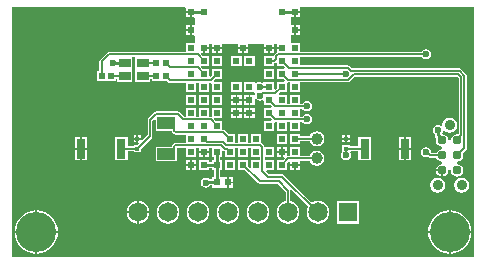
<source format=gtl>
G04*
G04 #@! TF.GenerationSoftware,Altium Limited,Altium Designer,21.6.4 (81)*
G04*
G04 Layer_Physical_Order=1*
G04 Layer_Color=255*
%FSLAX44Y44*%
%MOMM*%
G71*
G04*
G04 #@! TF.SameCoordinates,75E8EA60-7A1B-4F35-BD82-ACC1B6EDD98F*
G04*
G04*
G04 #@! TF.FilePolarity,Positive*
G04*
G01*
G75*
%ADD10C,0.1270*%
%ADD11C,0.2540*%
%ADD15C,0.1520*%
%ADD16R,0.3500X0.3600*%
%ADD17R,0.5200X0.5500*%
%ADD18R,0.8000X1.7000*%
%ADD19R,1.5500X1.0000*%
%ADD21R,0.6000X0.6000*%
%ADD22R,1.0000X0.8000*%
%ADD23R,0.6200X0.6200*%
%ADD37C,0.7900*%
%ADD38C,1.0000*%
%ADD39C,0.1524*%
%ADD40C,0.9000*%
%ADD41C,3.4000*%
%ADD42C,1.6500*%
%ADD43R,1.6500X1.6500*%
%ADD44C,0.6000*%
G36*
X395922Y4078D02*
X4078Y4078D01*
X4078Y215922D01*
X150730Y215922D01*
X151730Y214652D01*
Y211762D01*
X156000D01*
Y211000D01*
X156762D01*
Y206730D01*
X158102D01*
X159000Y205832D01*
X159000Y200270D01*
X156762D01*
Y196000D01*
Y191730D01*
X158102D01*
X159000Y190832D01*
X159000Y185270D01*
X151730D01*
Y177570D01*
X86500D01*
X85708Y177412D01*
X85036Y176964D01*
X79036Y170964D01*
X78588Y170292D01*
X78430Y169500D01*
Y161020D01*
X76630D01*
Y152980D01*
X83360D01*
X84370Y152980D01*
X85640Y152980D01*
X92370D01*
Y154930D01*
X93730D01*
Y151730D01*
X106270D01*
Y161460D01*
X106270Y162270D01*
X106270Y163540D01*
X106270Y173270D01*
X107474Y173430D01*
X107526D01*
X108730Y173270D01*
X108730Y172160D01*
Y163540D01*
X108730Y162730D01*
X108730Y161460D01*
Y151730D01*
X121270D01*
Y154930D01*
X122630D01*
Y152980D01*
X129360D01*
X130370Y152980D01*
X131640Y152980D01*
X135593D01*
X136536Y152036D01*
X137208Y151588D01*
X138000Y151430D01*
X151730D01*
Y143730D01*
X160270D01*
Y151430D01*
X162730D01*
Y143730D01*
X171270D01*
Y151221D01*
X172540Y151399D01*
X173730Y150469D01*
Y143730D01*
X182270D01*
Y152270D01*
X175856D01*
X175370Y153443D01*
X176657Y154730D01*
X182270D01*
Y163270D01*
X173730D01*
Y157657D01*
X172540Y156467D01*
X171270Y156993D01*
Y163270D01*
X165657D01*
X164370Y164557D01*
X164856Y165730D01*
X171270D01*
Y174270D01*
X165657D01*
X164370Y175557D01*
X164856Y176730D01*
X166238D01*
Y181000D01*
X167000D01*
Y181762D01*
X171270D01*
Y184000D01*
X173730D01*
Y181762D01*
X178000D01*
X182270D01*
Y184000D01*
X195730Y184000D01*
Y181762D01*
X200000D01*
X204270D01*
Y184000D01*
X217730Y184000D01*
Y181762D01*
X222000D01*
X226270D01*
Y184000D01*
X228730D01*
Y181762D01*
X233000D01*
Y180238D01*
X228730D01*
Y177072D01*
X228433Y176873D01*
X228432Y176873D01*
X226597Y175037D01*
X226175Y174407D01*
X226148Y174270D01*
X217730D01*
Y165730D01*
X226270D01*
Y168058D01*
X226500D01*
X227243Y168206D01*
X227460Y168350D01*
X228730Y167797D01*
Y165730D01*
X234343D01*
X235630Y164443D01*
X235144Y163270D01*
X228730D01*
Y154730D01*
X234343D01*
X235533Y153540D01*
X235007Y152270D01*
X228730D01*
Y146657D01*
X227540Y145467D01*
X226270Y145993D01*
Y152270D01*
X217730D01*
Y152171D01*
X216460Y151492D01*
X215666Y152022D01*
X214000Y152354D01*
X212334Y152022D01*
X211040Y151158D01*
X210480Y151294D01*
X209770Y151641D01*
Y152270D01*
X201230D01*
Y143730D01*
X209495D01*
X210329Y142691D01*
X209978Y142166D01*
X209770Y141270D01*
X209770Y141270D01*
X206262D01*
Y137000D01*
Y132730D01*
X209770D01*
Y136859D01*
X210480Y137206D01*
X211040Y137342D01*
X212334Y136478D01*
X214000Y136146D01*
X215666Y136478D01*
X216460Y137008D01*
X217730Y136329D01*
Y132730D01*
X223343D01*
X224630Y131443D01*
X224144Y130270D01*
X217730D01*
Y121730D01*
X223343D01*
X224630Y120443D01*
X224144Y119270D01*
X217730D01*
Y110730D01*
X226270D01*
Y117469D01*
X227460Y118399D01*
X228730Y118221D01*
Y110730D01*
X237270D01*
Y118430D01*
X239730D01*
Y110730D01*
X248270D01*
Y118430D01*
X250247D01*
X250921Y117422D01*
X252334Y116478D01*
X254000Y116146D01*
X255666Y116478D01*
X257078Y117422D01*
X258022Y118834D01*
X258354Y120500D01*
X258022Y122166D01*
X257078Y123579D01*
X255666Y124522D01*
X254000Y124854D01*
X252334Y124522D01*
X250921Y123579D01*
X250247Y122570D01*
X248270D01*
Y129430D01*
X250247D01*
X250921Y128421D01*
X252334Y127478D01*
X254000Y127146D01*
X255666Y127478D01*
X257078Y128421D01*
X258022Y129834D01*
X258354Y131500D01*
X258022Y133166D01*
X257078Y134579D01*
X255666Y135522D01*
X254000Y135854D01*
X252334Y135522D01*
X250921Y134579D01*
X250247Y133570D01*
X248270D01*
Y141270D01*
X239730D01*
Y133570D01*
X237270D01*
Y141270D01*
X230856D01*
X230370Y142443D01*
X231657Y143730D01*
X237270D01*
Y151277D01*
X238030Y151900D01*
X238037Y151900D01*
X239730D01*
Y143730D01*
X248270D01*
Y151900D01*
X289333D01*
X290126Y152058D01*
X290797Y152507D01*
X294931Y156640D01*
X381487D01*
X382640Y155487D01*
Y108697D01*
X381659Y107891D01*
X381250Y107972D01*
X379213Y107567D01*
X377487Y106413D01*
X376333Y104687D01*
X375948Y102750D01*
X373852D01*
X373467Y104687D01*
X372313Y106413D01*
X370587Y107567D01*
X369365Y107810D01*
X368775Y109213D01*
X369022Y109584D01*
X369181Y110382D01*
X369796Y110618D01*
X370549Y110747D01*
X372463Y109467D01*
X374900Y108983D01*
X377337Y109467D01*
X379402Y110848D01*
X380783Y112913D01*
X381267Y115350D01*
X380783Y117787D01*
X379402Y119852D01*
X377337Y121233D01*
X374900Y121717D01*
X372463Y121233D01*
X370398Y119852D01*
X369017Y117787D01*
X368568Y115529D01*
X367943Y115087D01*
X367343Y114820D01*
X366666Y115272D01*
X365000Y115604D01*
X363334Y115272D01*
X361922Y114328D01*
X360978Y112916D01*
X360646Y111250D01*
X360978Y109584D01*
X361922Y108172D01*
X362529Y107766D01*
Y106818D01*
X362726Y105827D01*
X363287Y104987D01*
X363625Y104649D01*
X363228Y102650D01*
X363633Y100613D01*
X364787Y98887D01*
X366513Y97733D01*
X368550Y97328D01*
Y95272D01*
X366513Y94867D01*
X364787Y93713D01*
X363633Y91987D01*
X363614Y91892D01*
X359852D01*
X359354Y92500D01*
X359022Y94166D01*
X358078Y95578D01*
X356666Y96522D01*
X355000Y96854D01*
X353334Y96522D01*
X351922Y95578D01*
X350978Y94166D01*
X350646Y92500D01*
X350978Y90834D01*
X351922Y89422D01*
X353334Y88478D01*
X355000Y88146D01*
X356666Y88478D01*
X356786Y88558D01*
X357387Y88156D01*
X358130Y88008D01*
X363614D01*
X363633Y87913D01*
X364787Y86187D01*
X366513Y85033D01*
X368550Y84628D01*
Y82572D01*
X366513Y82167D01*
X364787Y81013D01*
X363633Y79287D01*
X363379Y78012D01*
X368550D01*
Y77250D01*
X369312D01*
Y72079D01*
X370587Y72333D01*
X372313Y73487D01*
X373467Y75213D01*
X373872Y77250D01*
X375928D01*
X376333Y75213D01*
X377487Y73487D01*
X379213Y72333D01*
X381250Y71928D01*
X383287Y72333D01*
X385013Y73487D01*
X386167Y75213D01*
X386572Y77250D01*
X386167Y79287D01*
X385013Y81013D01*
X383287Y82167D01*
X381250Y82572D01*
Y84628D01*
X383287Y85033D01*
X385013Y86187D01*
X386167Y87913D01*
X386572Y89950D01*
X386175Y91948D01*
X388964Y94736D01*
X389412Y95408D01*
X389570Y96200D01*
Y157500D01*
X389412Y158292D01*
X388964Y158963D01*
X384963Y162964D01*
X384292Y163412D01*
X383500Y163570D01*
X292721D01*
X290797Y165494D01*
X290126Y165942D01*
X289333Y166100D01*
X248270D01*
Y173558D01*
X351162D01*
X351922Y172421D01*
X353334Y171478D01*
X355000Y171146D01*
X356666Y171478D01*
X358078Y172421D01*
X359022Y173834D01*
X359354Y175500D01*
X359022Y177166D01*
X358078Y178578D01*
X356666Y179522D01*
X355000Y179854D01*
X353334Y179522D01*
X351922Y178578D01*
X351162Y177442D01*
X248270D01*
Y185270D01*
X241898D01*
X241000Y186168D01*
X241000Y191730D01*
X243238D01*
Y196000D01*
Y200270D01*
X241898D01*
X241000Y201168D01*
X241000Y206730D01*
X243238D01*
Y211000D01*
X244000D01*
Y211762D01*
X248270D01*
Y215270D01*
X249270Y215922D01*
X395922Y215922D01*
X395922Y4078D01*
D02*
G37*
%LPC*%
G36*
X248270Y210238D02*
X244762D01*
Y206730D01*
X248270D01*
Y210238D01*
D02*
G37*
G36*
X155238D02*
X151730D01*
Y206730D01*
X155238D01*
Y210238D01*
D02*
G37*
G36*
X248270Y200270D02*
X244762D01*
Y196762D01*
X248270D01*
Y200270D01*
D02*
G37*
G36*
X155238D02*
X151730D01*
Y196762D01*
X155238D01*
Y200270D01*
D02*
G37*
G36*
X248270Y195238D02*
X244762D01*
Y191730D01*
X248270D01*
Y195238D01*
D02*
G37*
G36*
X155238D02*
X151730D01*
Y191730D01*
X155238D01*
Y195238D01*
D02*
G37*
G36*
X226270Y180238D02*
X222762D01*
Y176730D01*
X226270D01*
Y180238D01*
D02*
G37*
G36*
X221238D02*
X217730D01*
Y176730D01*
X221238D01*
Y180238D01*
D02*
G37*
G36*
X204270D02*
X200762D01*
Y176730D01*
X204270D01*
Y180238D01*
D02*
G37*
G36*
X199238D02*
X195730D01*
Y176730D01*
X199238D01*
Y180238D01*
D02*
G37*
G36*
X182270D02*
X178762D01*
Y176730D01*
X182270D01*
Y180238D01*
D02*
G37*
G36*
X177238D02*
X173730D01*
Y176730D01*
X177238D01*
Y180238D01*
D02*
G37*
G36*
X171270D02*
X167762D01*
Y176730D01*
X171270D01*
Y180238D01*
D02*
G37*
G36*
X182270Y174270D02*
X173730D01*
Y165730D01*
X182270D01*
Y174270D01*
D02*
G37*
G36*
X209770Y174270D02*
X201230D01*
Y165730D01*
X209770D01*
Y174270D01*
D02*
G37*
G36*
X198770D02*
X190230D01*
Y165730D01*
X198770D01*
Y174270D01*
D02*
G37*
G36*
X226270Y163270D02*
X217730D01*
Y154730D01*
X226270D01*
Y163270D01*
D02*
G37*
G36*
X198770Y152270D02*
X190230D01*
Y143730D01*
X198770D01*
Y152270D01*
D02*
G37*
G36*
Y141270D02*
X195262D01*
Y137762D01*
X198770D01*
Y141270D01*
D02*
G37*
G36*
X193738D02*
X190230D01*
Y137762D01*
X193738D01*
Y141270D01*
D02*
G37*
G36*
X204738D02*
X201230D01*
Y137762D01*
X204738D01*
Y141270D01*
D02*
G37*
G36*
X182270Y141270D02*
X173730D01*
Y132730D01*
X182270D01*
Y141270D01*
D02*
G37*
G36*
X171270D02*
X162730D01*
Y132730D01*
X171270D01*
Y141270D01*
D02*
G37*
G36*
X160270D02*
X151730D01*
Y132730D01*
X160270D01*
Y141270D01*
D02*
G37*
G36*
X204738Y136238D02*
X201230D01*
Y132730D01*
X204738D01*
Y136238D01*
D02*
G37*
G36*
X198770D02*
X195262D01*
Y132730D01*
X198770D01*
Y136238D01*
D02*
G37*
G36*
X193738D02*
X190230D01*
Y132730D01*
X193738D01*
Y136238D01*
D02*
G37*
G36*
X209770Y130270D02*
X206262D01*
Y126762D01*
X209770D01*
Y130270D01*
D02*
G37*
G36*
X198770D02*
X195262D01*
Y126762D01*
X198770D01*
Y130270D01*
D02*
G37*
G36*
X193738D02*
X190230D01*
Y126762D01*
X193738D01*
Y130270D01*
D02*
G37*
G36*
X204738D02*
X201230D01*
Y126762D01*
X204738D01*
Y130270D01*
D02*
G37*
G36*
X182270Y130270D02*
X173730D01*
Y123531D01*
X172540Y122601D01*
X171270Y122778D01*
Y130270D01*
X162730D01*
Y122570D01*
X160270D01*
Y130270D01*
X151730D01*
Y122570D01*
X150357D01*
X146463Y126464D01*
X145792Y126912D01*
X145000Y127070D01*
X126250D01*
X125458Y126912D01*
X124787Y126464D01*
X119787Y121463D01*
X119338Y120792D01*
X119180Y120000D01*
Y107157D01*
X114693Y102670D01*
X113520Y103156D01*
Y103188D01*
X111262D01*
Y100836D01*
X111730Y99707D01*
X110643Y98620D01*
X107480D01*
Y97620D01*
X102270D01*
Y105270D01*
X91730D01*
Y85730D01*
X102270D01*
Y93480D01*
X107480D01*
Y92480D01*
X113520D01*
Y95643D01*
X122713Y104836D01*
X123162Y105508D01*
X123320Y106300D01*
Y119143D01*
X124807Y120630D01*
X125980Y120143D01*
Y110730D01*
X139930D01*
Y110390D01*
X140088Y109598D01*
X140536Y108927D01*
X141427Y108036D01*
X142098Y107588D01*
X142890Y107430D01*
X151730D01*
Y100572D01*
X142893D01*
X142893Y100572D01*
X142100Y100414D01*
X141428Y99965D01*
X141428Y99965D01*
X140535Y99072D01*
X140086Y98400D01*
X139928Y97607D01*
X138742Y97270D01*
X125980D01*
Y84730D01*
X144020D01*
Y95038D01*
X144060Y95238D01*
X144084Y96134D01*
X145284Y96428D01*
X151730D01*
Y88730D01*
X160270D01*
Y96428D01*
X162730D01*
Y93762D01*
X167000D01*
Y93000D01*
D01*
Y93762D01*
X171270D01*
Y96428D01*
X173730D01*
Y88730D01*
X175410D01*
Y86270D01*
X173730D01*
Y84590D01*
X171270D01*
Y86270D01*
X162730D01*
Y77730D01*
X171270D01*
Y79410D01*
X173730D01*
Y77730D01*
X175410D01*
Y71370D01*
X173630D01*
Y69590D01*
X171988D01*
X171828Y69829D01*
X170416Y70772D01*
X168750Y71104D01*
X167084Y70772D01*
X165672Y69829D01*
X164728Y68416D01*
X164396Y66750D01*
X164728Y65084D01*
X165672Y63671D01*
X167084Y62728D01*
X168750Y62396D01*
X170416Y62728D01*
X171828Y63671D01*
X172322Y64410D01*
X173630D01*
Y62630D01*
X181360D01*
X182370Y62630D01*
X183640Y62630D01*
X186238D01*
Y67000D01*
Y71370D01*
X183640D01*
X182630Y71370D01*
X181488Y71370D01*
X180590Y72268D01*
Y77730D01*
X182270D01*
Y86270D01*
X180590D01*
Y88730D01*
X182270D01*
Y93321D01*
X182980Y93615D01*
X183540Y93731D01*
X184150Y93324D01*
X184730Y93209D01*
Y88730D01*
X193270D01*
Y96430D01*
X195730D01*
Y88730D01*
X204270D01*
Y96430D01*
X206730D01*
Y88730D01*
X214180D01*
Y86270D01*
X206730D01*
Y79857D01*
X205557Y79370D01*
X204270Y80657D01*
Y86270D01*
X195730D01*
Y77730D01*
X201343D01*
X212537Y66536D01*
X213208Y66088D01*
X214000Y65930D01*
X229393D01*
X236030Y59293D01*
Y51030D01*
X235615Y50975D01*
X233299Y50016D01*
X231310Y48490D01*
X229784Y46501D01*
X228825Y44185D01*
X228498Y41700D01*
X228825Y39215D01*
X229784Y36899D01*
X231310Y34910D01*
X233299Y33384D01*
X235615Y32425D01*
X238100Y32098D01*
X240585Y32425D01*
X242901Y33384D01*
X244890Y34910D01*
X246416Y36899D01*
X247375Y39215D01*
X247702Y41700D01*
X247375Y44185D01*
X246416Y46501D01*
X244890Y48490D01*
X242901Y50016D01*
X240585Y50975D01*
X240170Y51030D01*
Y60150D01*
X240131Y60346D01*
X241301Y60972D01*
X255439Y46834D01*
X255184Y46501D01*
X254225Y44185D01*
X253898Y41700D01*
X254225Y39215D01*
X255184Y36899D01*
X256710Y34910D01*
X258699Y33384D01*
X261015Y32425D01*
X263500Y32098D01*
X265985Y32425D01*
X268301Y33384D01*
X270290Y34910D01*
X271816Y36899D01*
X272775Y39215D01*
X273102Y41700D01*
X272775Y44185D01*
X271816Y46501D01*
X270290Y48490D01*
X268301Y50016D01*
X265985Y50975D01*
X263500Y51302D01*
X261015Y50975D01*
X258699Y50016D01*
X258367Y49761D01*
X234664Y73464D01*
X233992Y73912D01*
X233200Y74070D01*
X222107D01*
X219620Y76557D01*
X220107Y77730D01*
X226270D01*
Y86270D01*
X218320D01*
Y88730D01*
X226270D01*
Y97270D01*
X218216D01*
X218162Y97542D01*
X217714Y98214D01*
X215964Y99964D01*
X215292Y100412D01*
X215270Y100417D01*
Y108270D01*
X206730D01*
Y100570D01*
X204270D01*
Y108270D01*
X195730D01*
Y100570D01*
X193270D01*
Y108270D01*
X187657D01*
X184963Y110964D01*
X184292Y111412D01*
X183500Y111570D01*
X182270D01*
Y119270D01*
X176657D01*
X175370Y120557D01*
X175856Y121730D01*
X182270D01*
Y130270D01*
D02*
G37*
G36*
X209770Y125238D02*
X206262D01*
Y121730D01*
X209770D01*
Y125238D01*
D02*
G37*
G36*
X204738D02*
X201230D01*
Y121730D01*
X204738D01*
Y125238D01*
D02*
G37*
G36*
X198770D02*
X195262D01*
Y121730D01*
X198770D01*
Y125238D01*
D02*
G37*
G36*
X193738D02*
X190230D01*
Y121730D01*
X193738D01*
Y125238D01*
D02*
G37*
G36*
X262500Y110393D02*
X260054Y109906D01*
X257980Y108520D01*
X256594Y106447D01*
X256519Y106070D01*
X248270D01*
Y108270D01*
X239730D01*
Y99730D01*
X248270D01*
Y101930D01*
X256519D01*
X256594Y101554D01*
X257980Y99480D01*
X260054Y98094D01*
X262500Y97607D01*
X264946Y98094D01*
X267020Y99480D01*
X268406Y101554D01*
X268893Y104000D01*
X268406Y106447D01*
X267020Y108520D01*
X264946Y109906D01*
X262500Y110393D01*
D02*
G37*
G36*
X113520Y107020D02*
X111262D01*
Y104712D01*
X113520D01*
Y107020D01*
D02*
G37*
G36*
X109738D02*
X107480D01*
Y104712D01*
X109738D01*
Y107020D01*
D02*
G37*
G36*
X290270D02*
X288012D01*
Y104712D01*
X290270D01*
Y107020D01*
D02*
G37*
G36*
X286488D02*
X284230D01*
Y104712D01*
X286488D01*
Y107020D01*
D02*
G37*
G36*
X290270Y103188D02*
X288012D01*
Y100880D01*
X290270D01*
Y103188D01*
D02*
G37*
G36*
X286488D02*
X284230D01*
Y100880D01*
X286488D01*
Y103188D01*
D02*
G37*
G36*
X109738Y103188D02*
X107480D01*
Y100880D01*
X109738D01*
Y103188D01*
D02*
G37*
G36*
X237270Y108270D02*
X228730D01*
Y99730D01*
X237270D01*
Y108270D01*
D02*
G37*
G36*
X308270Y105270D02*
X297730D01*
Y97620D01*
X290270D01*
Y98620D01*
X284230D01*
Y93118D01*
X284172Y93078D01*
X283228Y91666D01*
X282896Y90000D01*
X283228Y88334D01*
X284172Y86922D01*
X285584Y85978D01*
X287250Y85646D01*
X288916Y85978D01*
X290329Y86922D01*
X291272Y88334D01*
X291604Y90000D01*
X291272Y91666D01*
X290909Y92210D01*
X291588Y93480D01*
X297730D01*
Y85730D01*
X308270D01*
Y105270D01*
D02*
G37*
G36*
X342270D02*
X337762D01*
Y96262D01*
X342270D01*
Y105270D01*
D02*
G37*
G36*
X336238D02*
X331730D01*
Y96262D01*
X336238D01*
Y105270D01*
D02*
G37*
G36*
X68270D02*
X63762D01*
Y96262D01*
X68270D01*
Y105270D01*
D02*
G37*
G36*
X62238D02*
X57730D01*
Y96262D01*
X62238D01*
Y105270D01*
D02*
G37*
G36*
X237270Y97270D02*
X233762D01*
Y93762D01*
X237270D01*
Y97270D01*
D02*
G37*
G36*
X232238D02*
X228730D01*
Y93762D01*
X232238D01*
Y97270D01*
D02*
G37*
G36*
X248270D02*
X239730D01*
Y89778D01*
X238460Y89601D01*
X237270Y90531D01*
Y92238D01*
X233762D01*
Y88730D01*
X235144D01*
X235630Y87557D01*
X234343Y86270D01*
X228730D01*
Y77730D01*
X237270D01*
Y83343D01*
X238460Y84533D01*
X239730Y84007D01*
Y82762D01*
X244000D01*
X248270D01*
Y85430D01*
X256519D01*
X256594Y85054D01*
X257980Y82980D01*
X260054Y81594D01*
X262500Y81107D01*
X264946Y81594D01*
X267020Y82980D01*
X268406Y85054D01*
X268893Y87500D01*
X268406Y89946D01*
X267020Y92020D01*
X264946Y93406D01*
X262500Y93893D01*
X260054Y93406D01*
X257980Y92020D01*
X256594Y89946D01*
X256519Y89570D01*
X248270D01*
Y97270D01*
D02*
G37*
G36*
X232238Y92238D02*
X228730D01*
Y88730D01*
X232238D01*
Y92238D01*
D02*
G37*
G36*
X171270D02*
X167762D01*
Y88730D01*
X171270D01*
Y92238D01*
D02*
G37*
G36*
X166238D02*
X162730D01*
Y88730D01*
X166238D01*
Y92238D01*
D02*
G37*
G36*
X342270Y94738D02*
X337762D01*
Y85730D01*
X342270D01*
Y94738D01*
D02*
G37*
G36*
X336238D02*
X331730D01*
Y85730D01*
X336238D01*
Y94738D01*
D02*
G37*
G36*
X68270Y94738D02*
X63762D01*
Y85730D01*
X68270D01*
Y94738D01*
D02*
G37*
G36*
X62238D02*
X57730D01*
Y85730D01*
X62238D01*
Y94738D01*
D02*
G37*
G36*
X160270Y86270D02*
X156762D01*
Y82762D01*
X160270D01*
Y86270D01*
D02*
G37*
G36*
X155238D02*
X151730D01*
Y82762D01*
X155238D01*
Y86270D01*
D02*
G37*
G36*
X248270Y81238D02*
X244762D01*
Y77730D01*
X248270D01*
Y81238D01*
D02*
G37*
G36*
X243238D02*
X239730D01*
Y77730D01*
X243238D01*
Y81238D01*
D02*
G37*
G36*
X193270Y86270D02*
X184730D01*
Y77730D01*
X193270D01*
Y86270D01*
D02*
G37*
G36*
X160270Y81238D02*
X156762D01*
Y77730D01*
X160270D01*
Y81238D01*
D02*
G37*
G36*
X155238D02*
X151730D01*
Y77730D01*
X155238D01*
Y81238D01*
D02*
G37*
G36*
X367788Y76488D02*
X363379D01*
X363633Y75213D01*
X364787Y73487D01*
X366513Y72333D01*
X367788Y72079D01*
Y76488D01*
D02*
G37*
G36*
X187762Y71370D02*
Y67762D01*
X191370D01*
Y71370D01*
X187762D01*
D02*
G37*
G36*
X191370Y66238D02*
X187762D01*
Y62630D01*
X191370D01*
Y66238D01*
D02*
G37*
G36*
X385060Y70917D02*
X382623Y70433D01*
X380558Y69052D01*
X379177Y66987D01*
X378693Y64550D01*
X379177Y62113D01*
X380558Y60048D01*
X382623Y58667D01*
X385060Y58183D01*
X387497Y58667D01*
X389562Y60048D01*
X390943Y62113D01*
X391427Y64550D01*
X390943Y66987D01*
X389562Y69052D01*
X387497Y70433D01*
X385060Y70917D01*
D02*
G37*
G36*
X364740D02*
X362303Y70433D01*
X360238Y69052D01*
X358857Y66987D01*
X358373Y64550D01*
X358857Y62113D01*
X360238Y60048D01*
X362303Y58667D01*
X364740Y58183D01*
X367177Y58667D01*
X369242Y60048D01*
X370623Y62113D01*
X371107Y64550D01*
X370623Y66987D01*
X369242Y69052D01*
X367177Y70433D01*
X364740Y70917D01*
D02*
G37*
G36*
X111862Y51202D02*
Y42462D01*
X120602D01*
X120375Y44185D01*
X119416Y46501D01*
X117890Y48490D01*
X115901Y50016D01*
X113585Y50975D01*
X111862Y51202D01*
D02*
G37*
G36*
X110338D02*
X108615Y50975D01*
X106299Y50016D01*
X104310Y48490D01*
X102784Y46501D01*
X101825Y44185D01*
X101598Y42462D01*
X110338D01*
Y51202D01*
D02*
G37*
G36*
X120602Y40938D02*
X111862D01*
Y32198D01*
X113585Y32425D01*
X115901Y33384D01*
X117890Y34910D01*
X119416Y36899D01*
X120375Y39215D01*
X120602Y40938D01*
D02*
G37*
G36*
X110338D02*
X101598D01*
X101825Y39215D01*
X102784Y36899D01*
X104310Y34910D01*
X106299Y33384D01*
X108615Y32425D01*
X110338Y32198D01*
Y40938D01*
D02*
G37*
G36*
X298420Y51220D02*
X279380D01*
Y32180D01*
X298420D01*
Y51220D01*
D02*
G37*
G36*
X212700Y51302D02*
X210215Y50975D01*
X207899Y50016D01*
X205910Y48490D01*
X204384Y46501D01*
X203425Y44185D01*
X203098Y41700D01*
X203425Y39215D01*
X204384Y36899D01*
X205910Y34910D01*
X207899Y33384D01*
X210215Y32425D01*
X212700Y32098D01*
X215185Y32425D01*
X217501Y33384D01*
X219490Y34910D01*
X221016Y36899D01*
X221975Y39215D01*
X222302Y41700D01*
X221975Y44185D01*
X221016Y46501D01*
X219490Y48490D01*
X217501Y50016D01*
X215185Y50975D01*
X212700Y51302D01*
D02*
G37*
G36*
X187300D02*
X184815Y50975D01*
X182499Y50016D01*
X180510Y48490D01*
X178984Y46501D01*
X178025Y44185D01*
X177698Y41700D01*
X178025Y39215D01*
X178984Y36899D01*
X180510Y34910D01*
X182499Y33384D01*
X184815Y32425D01*
X187300Y32098D01*
X189785Y32425D01*
X192101Y33384D01*
X194090Y34910D01*
X195616Y36899D01*
X196575Y39215D01*
X196902Y41700D01*
X196575Y44185D01*
X195616Y46501D01*
X194090Y48490D01*
X192101Y50016D01*
X189785Y50975D01*
X187300Y51302D01*
D02*
G37*
G36*
X161900D02*
X159415Y50975D01*
X157099Y50016D01*
X155110Y48490D01*
X153584Y46501D01*
X152625Y44185D01*
X152298Y41700D01*
X152625Y39215D01*
X153584Y36899D01*
X155110Y34910D01*
X157099Y33384D01*
X159415Y32425D01*
X161900Y32098D01*
X164385Y32425D01*
X166701Y33384D01*
X168690Y34910D01*
X170216Y36899D01*
X171175Y39215D01*
X171502Y41700D01*
X171175Y44185D01*
X170216Y46501D01*
X168690Y48490D01*
X166701Y50016D01*
X164385Y50975D01*
X161900Y51302D01*
D02*
G37*
G36*
X136500D02*
X134015Y50975D01*
X131699Y50016D01*
X129710Y48490D01*
X128184Y46501D01*
X127225Y44185D01*
X126898Y41700D01*
X127225Y39215D01*
X128184Y36899D01*
X129710Y34910D01*
X131699Y33384D01*
X134015Y32425D01*
X136500Y32098D01*
X138985Y32425D01*
X141301Y33384D01*
X143290Y34910D01*
X144816Y36899D01*
X145775Y39215D01*
X146102Y41700D01*
X145775Y44185D01*
X144816Y46501D01*
X143290Y48490D01*
X141301Y50016D01*
X138985Y50975D01*
X136500Y51302D01*
D02*
G37*
G36*
X375762Y43283D02*
Y25762D01*
X393283D01*
X393006Y28582D01*
X391961Y32025D01*
X390264Y35199D01*
X387981Y37981D01*
X385199Y40264D01*
X382025Y41961D01*
X378582Y43006D01*
X375762Y43283D01*
D02*
G37*
G36*
X374238D02*
X371418Y43006D01*
X367975Y41961D01*
X364801Y40264D01*
X362019Y37981D01*
X359736Y35199D01*
X358039Y32025D01*
X356994Y28582D01*
X356717Y25762D01*
X374238D01*
Y43283D01*
D02*
G37*
G36*
X25762D02*
Y25762D01*
X43283D01*
X43006Y28582D01*
X41961Y32025D01*
X40264Y35199D01*
X37981Y37981D01*
X35199Y40264D01*
X32025Y41961D01*
X28582Y43006D01*
X25762Y43283D01*
D02*
G37*
G36*
X24238D02*
X21418Y43006D01*
X17975Y41961D01*
X14801Y40264D01*
X12019Y37981D01*
X9736Y35199D01*
X8039Y32025D01*
X6994Y28582D01*
X6717Y25762D01*
X24238D01*
Y43283D01*
D02*
G37*
G36*
X393283Y24238D02*
X375762D01*
Y6717D01*
X378582Y6994D01*
X382025Y8039D01*
X385199Y9736D01*
X387981Y12019D01*
X390264Y14801D01*
X391961Y17975D01*
X393006Y21418D01*
X393283Y24238D01*
D02*
G37*
G36*
X374238D02*
X356717D01*
X356994Y21418D01*
X358039Y17975D01*
X359736Y14801D01*
X362019Y12019D01*
X364801Y9736D01*
X367975Y8039D01*
X371418Y6994D01*
X374238Y6717D01*
Y24238D01*
D02*
G37*
G36*
X43283D02*
X25762D01*
Y6717D01*
X28582Y6994D01*
X32025Y8039D01*
X35199Y9736D01*
X37981Y12019D01*
X40264Y14801D01*
X41961Y17975D01*
X43006Y21418D01*
X43283Y24238D01*
D02*
G37*
G36*
X24238D02*
X6717D01*
X6994Y21418D01*
X8039Y17975D01*
X9736Y14801D01*
X12019Y12019D01*
X14801Y9736D01*
X17975Y8039D01*
X21418Y6994D01*
X24238Y6717D01*
Y24238D01*
D02*
G37*
%LPD*%
D10*
X156000Y196000D02*
Y211000D01*
X222000Y181000D02*
X233000D01*
X227970Y171470D02*
Y173664D01*
X229806Y175500D01*
X355000D01*
X226500Y170000D02*
X227970Y171470D01*
X222000Y170000D02*
X226500D01*
X222000Y170000D02*
X222000Y170000D01*
X358130Y89950D02*
X368550D01*
X355580Y92500D02*
X358130Y89950D01*
X355000Y92500D02*
X355580D01*
D11*
X169000Y67000D02*
X178000D01*
X168750Y66750D02*
X169000Y67000D01*
X178000Y68040D02*
Y82000D01*
Y67000D02*
Y68040D01*
X167000Y82000D02*
X178000D01*
X178000Y82000D01*
X90000Y168000D02*
X100000D01*
X233000Y211000D02*
X244000D01*
X156000D02*
X167000D01*
X365119Y106818D02*
X368550Y103387D01*
X365119Y106818D02*
Y111131D01*
X368550Y102650D02*
Y103387D01*
X365000Y111250D02*
X365119Y111131D01*
X178000Y82000D02*
Y93000D01*
D15*
X80500Y157000D02*
Y169500D01*
X86500Y175500D01*
X161500D02*
X167000Y170000D01*
X86500Y175500D02*
X161500D01*
X134500Y167850D02*
Y168000D01*
Y167850D02*
X136340Y166010D01*
X136490D01*
X138000Y164500D01*
X161500D01*
X167000Y159000D01*
X134500Y156850D02*
Y157000D01*
Y156850D02*
X136340Y155010D01*
X136490D01*
X138000Y153500D01*
X172500D01*
X178000Y159000D01*
X115000Y157000D02*
X126500D01*
X126500Y157000D01*
X115000Y168000D02*
X126500D01*
X88500Y157000D02*
X100000D01*
X100000Y157000D01*
X381250Y89950D02*
X387500Y96200D01*
X382344Y158710D02*
X384710Y156344D01*
X381250Y102650D02*
Y103270D01*
X387500Y96200D02*
Y157500D01*
X383500Y161500D02*
X387500Y157500D01*
X381250Y103270D02*
X384710Y106730D01*
Y156344D01*
X294074Y158710D02*
X382344D01*
X216250Y77000D02*
X221250Y72000D01*
X214500Y98500D02*
X216250Y96750D01*
X185629Y98500D02*
X214500D01*
X216250Y77000D02*
Y96750D01*
X233000Y159000D02*
X238030Y153970D01*
X233000Y170000D02*
X238970Y164030D01*
X289333D01*
X291863Y161500D01*
X383500D01*
X289333Y153970D02*
X294074Y158710D01*
X238030Y153970D02*
X289333D01*
X244000Y159000D02*
X287250D01*
X287250Y159000D01*
X238500Y87500D02*
X262500D01*
X233000Y82000D02*
X238500Y87500D01*
X244000Y104000D02*
X262500D01*
X262500Y104000D01*
X238100Y41700D02*
Y60150D01*
X214000Y68000D02*
X230250D01*
X238100Y60150D01*
X200000Y82000D02*
X214000Y68000D01*
X233200Y72000D02*
X263500Y41700D01*
X221250Y72000D02*
X233200D01*
X167000Y104000D02*
X169708Y101292D01*
X182837D01*
X185629Y98500D01*
X227500Y120500D02*
X254000D01*
X222000Y126000D02*
X227500Y120500D01*
X222000Y137000D02*
X227500Y131500D01*
X254000D01*
X215130Y140500D02*
X217130Y142500D01*
X214000Y140500D02*
X215130D01*
X217130Y142500D02*
X227500D01*
X233000Y148000D01*
X214000D02*
X222000D01*
X214000Y148000D02*
X214000Y148000D01*
X287250Y95550D02*
X302950D01*
X303000Y95500D01*
X287250Y95550D02*
X287250Y95550D01*
X287250Y90000D02*
Y95550D01*
X287250Y90000D02*
X287250Y90000D01*
X97050Y95550D02*
X110500D01*
X97000Y95500D02*
X97050Y95550D01*
X110500D02*
Y95600D01*
X111490Y96590D01*
X111540D01*
X121250Y106300D01*
Y120000D01*
X126250Y125000D02*
X145000D01*
X121250Y120000D02*
X126250Y125000D01*
X149500Y120500D02*
X172500D01*
X145000Y125000D02*
X149500Y120500D01*
X172500D02*
X178000Y115000D01*
X135000Y117000D02*
X137750D01*
X141990Y112760D01*
Y111880D02*
Y112760D01*
Y111880D02*
X142000Y111870D01*
Y110390D02*
Y111870D01*
Y110390D02*
X142890Y109500D01*
X183500D01*
X189000Y104000D01*
D16*
X287250Y95550D02*
D03*
Y103950D02*
D03*
X110500D02*
D03*
Y95550D02*
D03*
D17*
X126500Y168000D02*
D03*
X134500D02*
D03*
Y157000D02*
D03*
X126500D02*
D03*
X80500D02*
D03*
X88500D02*
D03*
D18*
X337000Y95500D02*
D03*
X303000D02*
D03*
X97000D02*
D03*
X63000D02*
D03*
D19*
X135000Y117000D02*
D03*
Y91000D02*
D03*
D21*
X194500Y170000D02*
D03*
X156000Y211000D02*
D03*
Y196000D02*
D03*
X156000Y181000D02*
D03*
Y170000D02*
D03*
Y159000D02*
D03*
Y148000D02*
D03*
Y137000D02*
D03*
Y126000D02*
D03*
Y115000D02*
D03*
Y104000D02*
D03*
Y93000D02*
D03*
Y82000D02*
D03*
X167000Y211000D02*
D03*
X167000Y181000D02*
D03*
Y170000D02*
D03*
Y159000D02*
D03*
Y148000D02*
D03*
Y137000D02*
D03*
Y126000D02*
D03*
Y115000D02*
D03*
Y104000D02*
D03*
Y93000D02*
D03*
Y82000D02*
D03*
X178000Y181000D02*
D03*
Y170000D02*
D03*
Y159000D02*
D03*
Y148000D02*
D03*
Y137000D02*
D03*
Y126000D02*
D03*
Y115000D02*
D03*
Y93000D02*
D03*
Y82000D02*
D03*
X189000Y104000D02*
D03*
Y93000D02*
D03*
Y82000D02*
D03*
X200000Y181000D02*
D03*
X194500Y148000D02*
D03*
Y126000D02*
D03*
X200000Y104000D02*
D03*
Y93000D02*
D03*
Y82000D02*
D03*
X211000Y104000D02*
D03*
Y93000D02*
D03*
Y82000D02*
D03*
X222000Y181000D02*
D03*
Y170000D02*
D03*
Y159000D02*
D03*
Y148000D02*
D03*
Y137000D02*
D03*
Y126000D02*
D03*
Y115000D02*
D03*
Y93000D02*
D03*
Y82000D02*
D03*
X233000Y211000D02*
D03*
X233000Y181000D02*
D03*
Y170000D02*
D03*
Y159000D02*
D03*
Y148000D02*
D03*
Y137000D02*
D03*
Y126000D02*
D03*
Y115000D02*
D03*
Y104000D02*
D03*
Y93000D02*
D03*
Y82000D02*
D03*
X244000Y211000D02*
D03*
Y196000D02*
D03*
Y181000D02*
D03*
Y170000D02*
D03*
Y159000D02*
D03*
Y148000D02*
D03*
Y137000D02*
D03*
Y126000D02*
D03*
Y115000D02*
D03*
Y104000D02*
D03*
Y93000D02*
D03*
Y82000D02*
D03*
X194500Y137000D02*
D03*
X205500Y170000D02*
D03*
Y148000D02*
D03*
Y126000D02*
D03*
Y137000D02*
D03*
D22*
X100000Y168000D02*
D03*
X115000D02*
D03*
Y157000D02*
D03*
X100000D02*
D03*
D23*
X178000Y67000D02*
D03*
X187000D02*
D03*
D37*
X368550Y102650D02*
D03*
X381250D02*
D03*
X368550Y89950D02*
D03*
X381250D02*
D03*
X368550Y77250D02*
D03*
X381250D02*
D03*
D38*
X262500Y104000D02*
D03*
X262500Y87500D02*
D03*
D39*
X186762Y95238D02*
X189000Y93000D01*
X142893Y98500D02*
X181681D01*
X184943Y95238D02*
X186762D01*
X181681Y98500D02*
X184943Y95238D01*
X135000Y91000D02*
X137750D01*
X141988Y95238D01*
Y96119D01*
X142000Y96131D01*
Y97607D02*
X142893Y98500D01*
X142000Y96131D02*
Y97607D01*
D40*
X374900Y115350D02*
D03*
X385060Y64550D02*
D03*
X364740D02*
D03*
D41*
X375000Y25000D02*
D03*
X25000D02*
D03*
D42*
X111100Y41700D02*
D03*
X136500D02*
D03*
X238100D02*
D03*
X263500D02*
D03*
X212700D02*
D03*
X187300D02*
D03*
X161900D02*
D03*
D43*
X288900D02*
D03*
D44*
X168750Y66750D02*
D03*
X380000Y212500D02*
D03*
Y197500D02*
D03*
Y182500D02*
D03*
Y167500D02*
D03*
Y47500D02*
D03*
X365000Y212500D02*
D03*
Y197500D02*
D03*
Y182500D02*
D03*
Y167500D02*
D03*
Y152500D02*
D03*
Y137500D02*
D03*
Y122500D02*
D03*
Y47500D02*
D03*
X350000Y212500D02*
D03*
Y197500D02*
D03*
Y182500D02*
D03*
Y167500D02*
D03*
Y152500D02*
D03*
Y137500D02*
D03*
Y122500D02*
D03*
Y107500D02*
D03*
Y77500D02*
D03*
Y62500D02*
D03*
Y47500D02*
D03*
Y32500D02*
D03*
X335000Y212500D02*
D03*
Y197500D02*
D03*
Y182500D02*
D03*
Y167500D02*
D03*
Y152500D02*
D03*
Y137500D02*
D03*
Y122500D02*
D03*
Y77500D02*
D03*
Y62500D02*
D03*
Y47500D02*
D03*
Y32500D02*
D03*
X320000Y212500D02*
D03*
Y197500D02*
D03*
Y182500D02*
D03*
Y167500D02*
D03*
Y152500D02*
D03*
Y137500D02*
D03*
Y122500D02*
D03*
Y107500D02*
D03*
Y92500D02*
D03*
Y77500D02*
D03*
Y62500D02*
D03*
Y47500D02*
D03*
Y32500D02*
D03*
X305000Y212500D02*
D03*
Y197500D02*
D03*
Y182500D02*
D03*
Y167500D02*
D03*
Y152500D02*
D03*
Y137500D02*
D03*
Y122500D02*
D03*
Y77500D02*
D03*
Y62500D02*
D03*
Y47500D02*
D03*
Y32500D02*
D03*
X290000Y212500D02*
D03*
Y197500D02*
D03*
Y182500D02*
D03*
Y77500D02*
D03*
Y62500D02*
D03*
X275000Y212500D02*
D03*
Y197500D02*
D03*
Y182500D02*
D03*
Y137500D02*
D03*
Y122500D02*
D03*
Y107500D02*
D03*
Y92500D02*
D03*
Y77500D02*
D03*
Y62500D02*
D03*
Y47500D02*
D03*
Y32500D02*
D03*
X260000Y212500D02*
D03*
Y197500D02*
D03*
Y182500D02*
D03*
Y137500D02*
D03*
Y77500D02*
D03*
Y62500D02*
D03*
X200000D02*
D03*
Y47500D02*
D03*
Y32500D02*
D03*
X155000Y62500D02*
D03*
X140000Y212500D02*
D03*
Y197500D02*
D03*
Y182500D02*
D03*
Y137500D02*
D03*
X125000Y212500D02*
D03*
Y197500D02*
D03*
Y182500D02*
D03*
Y137500D02*
D03*
Y77500D02*
D03*
Y62500D02*
D03*
Y47500D02*
D03*
Y32500D02*
D03*
X110000Y212500D02*
D03*
Y197500D02*
D03*
Y182500D02*
D03*
Y137500D02*
D03*
Y122500D02*
D03*
Y77500D02*
D03*
Y62500D02*
D03*
X95000Y212500D02*
D03*
Y197500D02*
D03*
Y182500D02*
D03*
Y137500D02*
D03*
Y122500D02*
D03*
Y77500D02*
D03*
Y62500D02*
D03*
Y47500D02*
D03*
Y32500D02*
D03*
X80000Y212500D02*
D03*
Y197500D02*
D03*
Y182500D02*
D03*
Y137500D02*
D03*
Y122500D02*
D03*
Y107500D02*
D03*
Y92500D02*
D03*
Y77500D02*
D03*
Y62500D02*
D03*
Y47500D02*
D03*
Y32500D02*
D03*
X65000Y212500D02*
D03*
Y197500D02*
D03*
Y182500D02*
D03*
Y167500D02*
D03*
Y152500D02*
D03*
Y137500D02*
D03*
Y122500D02*
D03*
Y77500D02*
D03*
Y62500D02*
D03*
Y47500D02*
D03*
Y32500D02*
D03*
X50000Y212500D02*
D03*
Y197500D02*
D03*
Y182500D02*
D03*
Y167500D02*
D03*
Y152500D02*
D03*
Y137500D02*
D03*
Y122500D02*
D03*
Y107500D02*
D03*
Y92500D02*
D03*
Y77500D02*
D03*
Y62500D02*
D03*
Y47500D02*
D03*
Y32500D02*
D03*
X35000Y212500D02*
D03*
Y197500D02*
D03*
Y182500D02*
D03*
Y167500D02*
D03*
Y152500D02*
D03*
Y137500D02*
D03*
Y122500D02*
D03*
Y107500D02*
D03*
Y92500D02*
D03*
Y77500D02*
D03*
Y62500D02*
D03*
Y47500D02*
D03*
X20000Y212500D02*
D03*
Y197500D02*
D03*
Y182500D02*
D03*
Y167500D02*
D03*
Y152500D02*
D03*
Y137500D02*
D03*
Y122500D02*
D03*
Y107500D02*
D03*
Y92500D02*
D03*
Y77500D02*
D03*
Y62500D02*
D03*
Y47500D02*
D03*
X90000Y168000D02*
D03*
X260000Y169720D02*
D03*
X275000D02*
D03*
X290000D02*
D03*
X174500Y32500D02*
D03*
X149250D02*
D03*
X243500Y53500D02*
D03*
X225000Y62500D02*
D03*
X225250Y32500D02*
D03*
X251000D02*
D03*
X120000Y93000D02*
D03*
X135000Y104000D02*
D03*
X170000Y17500D02*
D03*
X155000D02*
D03*
X140000D02*
D03*
X125000D02*
D03*
X110000D02*
D03*
X95000D02*
D03*
X80000D02*
D03*
X65000D02*
D03*
X50000D02*
D03*
X170000Y7500D02*
D03*
X155000D02*
D03*
X140000D02*
D03*
X125000D02*
D03*
X110000D02*
D03*
X95000D02*
D03*
X80000D02*
D03*
X65000D02*
D03*
X50000D02*
D03*
X392530Y137500D02*
D03*
Y122500D02*
D03*
Y107500D02*
D03*
Y152500D02*
D03*
X230000Y7500D02*
D03*
X245000D02*
D03*
X260000D02*
D03*
X275000D02*
D03*
X290000D02*
D03*
X305000D02*
D03*
X320000D02*
D03*
X335000D02*
D03*
X350000D02*
D03*
X185000Y20000D02*
D03*
X200000D02*
D03*
X215000D02*
D03*
X230000Y17500D02*
D03*
X245000D02*
D03*
X260000D02*
D03*
X275000D02*
D03*
X290000D02*
D03*
X305000D02*
D03*
X320000D02*
D03*
X335000D02*
D03*
X350000D02*
D03*
X392500Y212500D02*
D03*
Y197500D02*
D03*
Y182500D02*
D03*
Y167500D02*
D03*
Y92500D02*
D03*
Y77500D02*
D03*
Y47500D02*
D03*
X7500Y7500D02*
D03*
Y47500D02*
D03*
Y62500D02*
D03*
Y77500D02*
D03*
Y92500D02*
D03*
Y107500D02*
D03*
Y122500D02*
D03*
Y137500D02*
D03*
Y152500D02*
D03*
Y167500D02*
D03*
Y182500D02*
D03*
Y197500D02*
D03*
Y212500D02*
D03*
X275000Y148500D02*
D03*
X260000D02*
D03*
X156000Y74000D02*
D03*
X147750Y82000D02*
D03*
X244000Y74250D02*
D03*
X251750Y82000D02*
D03*
X205500Y117750D02*
D03*
X194500D02*
D03*
X186250Y126000D02*
D03*
X213750D02*
D03*
Y159000D02*
D03*
X200000D02*
D03*
X186250D02*
D03*
X214500Y180750D02*
D03*
X207500D02*
D03*
X192500D02*
D03*
X185500D02*
D03*
X287250Y159000D02*
D03*
X254000Y120500D02*
D03*
Y131500D02*
D03*
X214000Y140500D02*
D03*
Y148000D02*
D03*
X287250Y90000D02*
D03*
X355000Y92500D02*
D03*
Y175500D02*
D03*
X365000Y111250D02*
D03*
M02*

</source>
